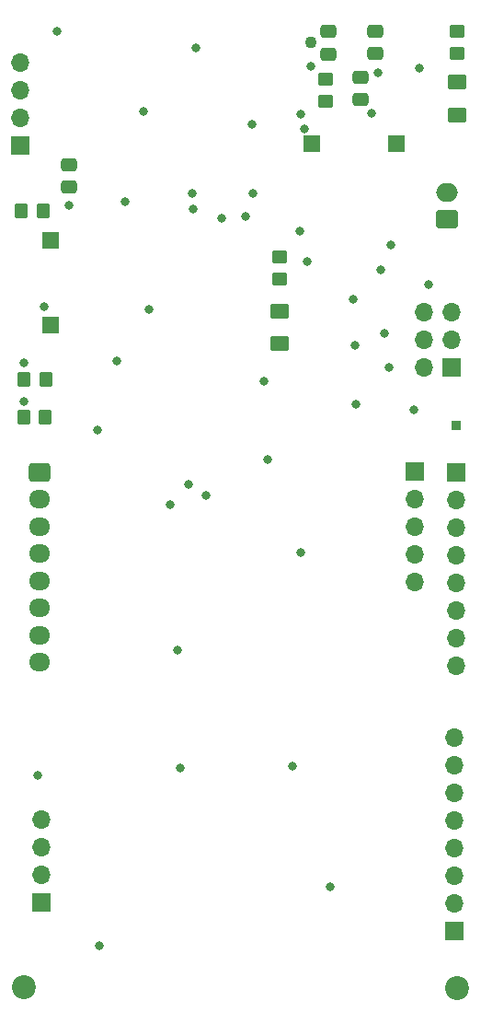
<source format=gbr>
%TF.GenerationSoftware,KiCad,Pcbnew,7.0.9*%
%TF.CreationDate,2023-11-15T13:05:46-05:00*%
%TF.ProjectId,SB2_ACOND_CONN,5342325f-4143-44f4-9e44-5f434f4e4e2e,rev?*%
%TF.SameCoordinates,Original*%
%TF.FileFunction,Soldermask,Top*%
%TF.FilePolarity,Negative*%
%FSLAX46Y46*%
G04 Gerber Fmt 4.6, Leading zero omitted, Abs format (unit mm)*
G04 Created by KiCad (PCBNEW 7.0.9) date 2023-11-15 13:05:46*
%MOMM*%
%LPD*%
G01*
G04 APERTURE LIST*
G04 Aperture macros list*
%AMRoundRect*
0 Rectangle with rounded corners*
0 $1 Rounding radius*
0 $2 $3 $4 $5 $6 $7 $8 $9 X,Y pos of 4 corners*
0 Add a 4 corners polygon primitive as box body*
4,1,4,$2,$3,$4,$5,$6,$7,$8,$9,$2,$3,0*
0 Add four circle primitives for the rounded corners*
1,1,$1+$1,$2,$3*
1,1,$1+$1,$4,$5*
1,1,$1+$1,$6,$7*
1,1,$1+$1,$8,$9*
0 Add four rect primitives between the rounded corners*
20,1,$1+$1,$2,$3,$4,$5,0*
20,1,$1+$1,$4,$5,$6,$7,0*
20,1,$1+$1,$6,$7,$8,$9,0*
20,1,$1+$1,$8,$9,$2,$3,0*%
G04 Aperture macros list end*
%ADD10C,2.200000*%
%ADD11R,1.700000X1.700000*%
%ADD12O,1.700000X1.700000*%
%ADD13RoundRect,0.250000X-0.350000X-0.450000X0.350000X-0.450000X0.350000X0.450000X-0.350000X0.450000X0*%
%ADD14R,1.500000X1.500000*%
%ADD15RoundRect,0.250000X0.475000X-0.337500X0.475000X0.337500X-0.475000X0.337500X-0.475000X-0.337500X0*%
%ADD16RoundRect,0.250000X0.450000X-0.350000X0.450000X0.350000X-0.450000X0.350000X-0.450000X-0.350000X0*%
%ADD17R,0.850000X0.850000*%
%ADD18RoundRect,0.250000X-0.450000X0.350000X-0.450000X-0.350000X0.450000X-0.350000X0.450000X0.350000X0*%
%ADD19RoundRect,0.250000X-0.475000X0.337500X-0.475000X-0.337500X0.475000X-0.337500X0.475000X0.337500X0*%
%ADD20RoundRect,0.250001X0.624999X-0.462499X0.624999X0.462499X-0.624999X0.462499X-0.624999X-0.462499X0*%
%ADD21RoundRect,0.250000X-0.725000X0.600000X-0.725000X-0.600000X0.725000X-0.600000X0.725000X0.600000X0*%
%ADD22O,1.950000X1.700000*%
%ADD23RoundRect,0.250000X0.750000X-0.600000X0.750000X0.600000X-0.750000X0.600000X-0.750000X-0.600000X0*%
%ADD24O,2.000000X1.700000*%
%ADD25C,0.800000*%
%ADD26C,1.100000*%
G04 APERTURE END LIST*
D10*
%TO.C,H2*%
X92430000Y-122440000D03*
%TD*%
D11*
%TO.C,J6*%
X92354400Y-75031600D03*
D12*
X92354400Y-77571600D03*
X92354400Y-80111600D03*
X92354400Y-82651600D03*
X92354400Y-85191600D03*
X92354400Y-87731600D03*
X92354400Y-90271600D03*
X92354400Y-92811600D03*
%TD*%
D13*
%TO.C,R5*%
X52543200Y-66497200D03*
X54543200Y-66497200D03*
%TD*%
D11*
%TO.C,J8*%
X54102000Y-114620000D03*
D12*
X54102000Y-112080000D03*
X54102000Y-109540000D03*
X54102000Y-107000000D03*
%TD*%
D11*
%TO.C,J4*%
X52222400Y-45008800D03*
D12*
X52222400Y-42468800D03*
X52222400Y-39928800D03*
X52222400Y-37388800D03*
%TD*%
D13*
%TO.C,R10*%
X52492400Y-70002400D03*
X54492400Y-70002400D03*
%TD*%
D14*
%TO.C,SW2*%
X86817200Y-44856400D03*
X79017200Y-44856400D03*
%TD*%
D15*
%TO.C,C2*%
X80568800Y-36619000D03*
X80568800Y-34544000D03*
%TD*%
D16*
%TO.C,R4*%
X80264000Y-40928800D03*
X80264000Y-38928800D03*
%TD*%
D17*
%TO.C,J2*%
X92303600Y-70713600D03*
%TD*%
D18*
%TO.C,R1*%
X92405200Y-34509200D03*
X92405200Y-36509200D03*
%TD*%
D19*
%TO.C,C4*%
X83515200Y-38738900D03*
X83515200Y-40813900D03*
%TD*%
D20*
%TO.C,D2*%
X76098400Y-63195200D03*
X76098400Y-60220200D03*
%TD*%
D15*
%TO.C,C3*%
X84886800Y-36546700D03*
X84886800Y-34471700D03*
%TD*%
D13*
%TO.C,R2*%
X52289200Y-51054000D03*
X54289200Y-51054000D03*
%TD*%
D21*
%TO.C,JH1*%
X53949600Y-75028400D03*
D22*
X53949600Y-77528400D03*
X53949600Y-80028400D03*
X53949600Y-82528400D03*
X53949600Y-85028400D03*
X53949600Y-87528400D03*
X53949600Y-90028400D03*
X53949600Y-92528400D03*
%TD*%
D15*
%TO.C,C1*%
X56692800Y-48840300D03*
X56692800Y-46765300D03*
%TD*%
D11*
%TO.C,J3*%
X91897200Y-65379600D03*
D12*
X89357200Y-65379600D03*
X91897200Y-62839600D03*
X89357200Y-62839600D03*
X91897200Y-60299600D03*
X89357200Y-60299600D03*
%TD*%
D10*
%TO.C,H1*%
X52560000Y-122430000D03*
%TD*%
D11*
%TO.C,J5*%
X88493600Y-74980800D03*
D12*
X88493600Y-77520800D03*
X88493600Y-80060800D03*
X88493600Y-82600800D03*
X88493600Y-85140800D03*
%TD*%
D23*
%TO.C,J1*%
X91444800Y-51796000D03*
D24*
X91444800Y-49296000D03*
%TD*%
D14*
%TO.C,SW1*%
X54965600Y-61507200D03*
X54965600Y-53707200D03*
%TD*%
D18*
%TO.C,R3*%
X76098400Y-55286400D03*
X76098400Y-57286400D03*
%TD*%
D20*
%TO.C,D1*%
X92405200Y-42178300D03*
X92405200Y-39203300D03*
%TD*%
D11*
%TO.C,J7*%
X92130000Y-117250000D03*
D12*
X92130000Y-114710000D03*
X92130000Y-112170000D03*
X92130000Y-109630000D03*
X92130000Y-107090000D03*
X92130000Y-104550000D03*
X92130000Y-102010000D03*
X92130000Y-99470000D03*
%TD*%
D25*
X56689200Y-50493000D03*
X83007200Y-63347600D03*
X88950800Y-37896800D03*
X78333600Y-43484800D03*
X83058000Y-68783200D03*
X78638400Y-55676800D03*
X64058800Y-60096400D03*
X53800000Y-102940000D03*
X55575200Y-34544000D03*
X66700400Y-91440000D03*
X59490000Y-118590000D03*
X85374604Y-56469404D03*
X89814400Y-57810400D03*
X61061600Y-64820800D03*
X61874400Y-50139600D03*
X77216000Y-102108000D03*
X59334400Y-71170800D03*
X66903600Y-102260400D03*
X63500000Y-41910000D03*
X88442800Y-69291200D03*
X80721200Y-113131600D03*
X70713600Y-51663600D03*
X78028800Y-82397600D03*
X54356000Y-59791600D03*
X68376800Y-36017200D03*
D26*
X78906500Y-35549700D03*
D25*
X78935300Y-37712200D03*
X82854800Y-59144900D03*
X85143100Y-38299000D03*
X84510200Y-42024700D03*
X74620500Y-66671700D03*
X77967500Y-42145800D03*
X69280000Y-77198000D03*
X73475200Y-43044800D03*
X65944500Y-78033500D03*
X67989700Y-49430200D03*
X67672500Y-76179600D03*
X68069800Y-50891600D03*
X86298800Y-54131700D03*
X85736600Y-62251700D03*
X77916700Y-52901000D03*
X86167000Y-65453900D03*
X52492400Y-68511100D03*
X74997700Y-73857700D03*
X52543200Y-65026300D03*
X73596900Y-49430800D03*
X72946500Y-51498300D03*
M02*

</source>
